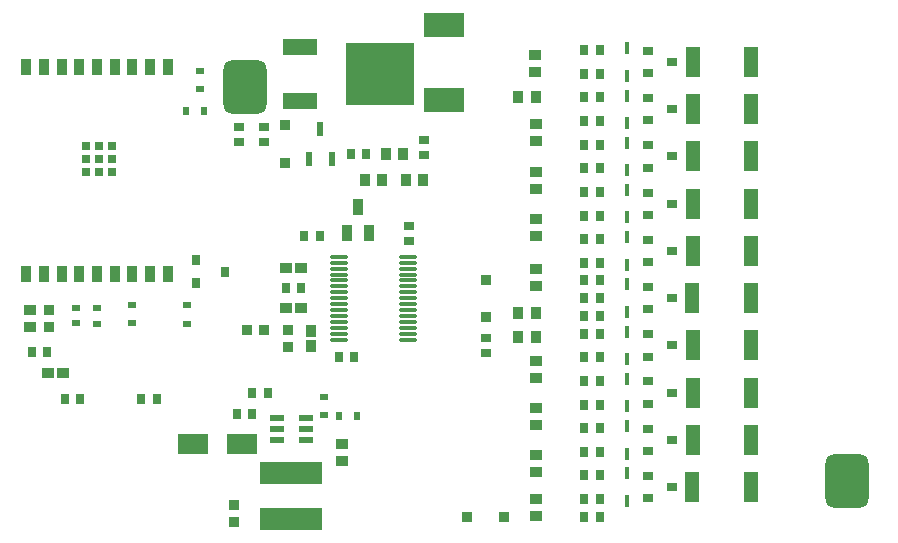
<source format=gtp>
G04*
G04 #@! TF.GenerationSoftware,Altium Limited,Altium Designer,24.1.2 (44)*
G04*
G04 Layer_Color=8421504*
%FSLAX44Y44*%
%MOMM*%
G71*
G04*
G04 #@! TF.SameCoordinates,35289A0D-B0B0-4263-B8D2-BBE876D284D7*
G04*
G04*
G04 #@! TF.FilePolarity,Positive*
G04*
G01*
G75*
%ADD18R,0.7632X0.6132*%
%ADD19R,0.5591X1.1591*%
%ADD20R,0.6132X0.7632*%
%ADD21R,0.7565X0.8565*%
%ADD22R,0.6454X0.6454*%
%ADD23R,0.8124X1.4124*%
%ADD24R,3.4000X2.1000*%
%ADD25R,0.9026X0.8526*%
%ADD26R,2.8377X1.4377*%
%ADD27R,5.7323X5.3323*%
%ADD28R,0.9054X0.7554*%
G04:AMPARAMS|DCode=29|XSize=3.6516mm|YSize=4.6516mm|CornerRadius=0.8258mm|HoleSize=0mm|Usage=FLASHONLY|Rotation=0.000|XOffset=0mm|YOffset=0mm|HoleType=Round|Shape=RoundedRectangle|*
%AMROUNDEDRECTD29*
21,1,3.6516,3.0000,0,0,0.0*
21,1,2.0000,4.6516,0,0,0.0*
1,1,1.6516,1.0000,-1.5000*
1,1,1.6516,-1.0000,-1.5000*
1,1,1.6516,-1.0000,1.5000*
1,1,1.6516,1.0000,1.5000*
%
%ADD29ROUNDEDRECTD29*%
%ADD30R,0.7554X0.9054*%
%ADD31R,0.8988X0.9988*%
G04:AMPARAMS|DCode=32|XSize=1.4874mm|YSize=0.2874mm|CornerRadius=0.0432mm|HoleSize=0mm|Usage=FLASHONLY|Rotation=0.000|XOffset=0mm|YOffset=0mm|HoleType=Round|Shape=RoundedRectangle|*
%AMROUNDEDRECTD32*
21,1,1.4874,0.2010,0,0,0.0*
21,1,1.4010,0.2874,0,0,0.0*
1,1,0.0864,0.7005,-0.1005*
1,1,0.0864,-0.7005,-0.1005*
1,1,0.0864,-0.7005,0.1005*
1,1,0.0864,0.7005,0.1005*
%
%ADD32ROUNDEDRECTD32*%
%ADD33R,1.1311X0.9121*%
%ADD34R,0.9121X0.9581*%
%ADD35R,0.9988X0.8988*%
%ADD36R,0.7648X0.5648*%
%ADD37R,0.9402X1.3402*%
%ADD38R,1.2085X0.5585*%
%ADD39R,0.7581X0.8121*%
%ADD40R,2.6000X1.7000*%
%ADD41R,5.2606X1.9107*%
%ADD42R,0.8339X0.7339*%
%ADD43R,0.4470X1.0220*%
%ADD44R,1.2576X2.5076*%
%ADD45R,0.9581X0.9121*%
%ADD46R,0.9121X1.1311*%
%ADD47R,0.8526X0.9026*%
D18*
X1173000Y889250D02*
D03*
Y904750D02*
D03*
X1162000Y691000D02*
D03*
Y706500D02*
D03*
X1115250Y691250D02*
D03*
Y706750D02*
D03*
X1278460Y628770D02*
D03*
Y613270D02*
D03*
D19*
X1265500Y830500D02*
D03*
X1284500D02*
D03*
X1275000Y855500D02*
D03*
D20*
X1176750Y871000D02*
D03*
X1161250D02*
D03*
X1306210Y613020D02*
D03*
X1290710D02*
D03*
D21*
X1194000Y735000D02*
D03*
X1170000Y725500D02*
D03*
Y744500D02*
D03*
D22*
X1099000Y841000D02*
D03*
Y830000D02*
D03*
Y819000D02*
D03*
X1088000D02*
D03*
X1077000D02*
D03*
Y830000D02*
D03*
Y841000D02*
D03*
X1088000D02*
D03*
Y830000D02*
D03*
D23*
X1026000Y907900D02*
D03*
X1041000D02*
D03*
X1056000D02*
D03*
X1071000D02*
D03*
X1086000D02*
D03*
X1101000D02*
D03*
X1116000D02*
D03*
X1131000D02*
D03*
X1146000D02*
D03*
Y732900D02*
D03*
X1131000D02*
D03*
X1116000D02*
D03*
X1101000D02*
D03*
X1086000D02*
D03*
X1071000D02*
D03*
X1056000D02*
D03*
X1041000D02*
D03*
X1026000D02*
D03*
D24*
X1380000Y880500D02*
D03*
Y943500D02*
D03*
D25*
X1245000Y827250D02*
D03*
X1245000Y858750D02*
D03*
X1415000Y728250D02*
D03*
X1415000Y696750D02*
D03*
D26*
X1257500Y925000D02*
D03*
X1257491Y879301D02*
D03*
D27*
X1325970Y902151D02*
D03*
D28*
X1206000Y844500D02*
D03*
Y857500D02*
D03*
X1227000Y857500D02*
D03*
Y844500D02*
D03*
X1350000Y761000D02*
D03*
Y774000D02*
D03*
X1362500Y846500D02*
D03*
Y833500D02*
D03*
X1415000Y666000D02*
D03*
Y679000D02*
D03*
D29*
X1211000Y891000D02*
D03*
X1721000Y558000D02*
D03*
D30*
X1301000Y835000D02*
D03*
X1314000D02*
D03*
X1136500Y627500D02*
D03*
X1123500D02*
D03*
X1071500D02*
D03*
X1058500D02*
D03*
X1261500Y765000D02*
D03*
X1274500D02*
D03*
X1030500Y667000D02*
D03*
X1043500D02*
D03*
X1230460Y632520D02*
D03*
X1217460D02*
D03*
X1290500Y663000D02*
D03*
X1303500D02*
D03*
X1511500Y922500D02*
D03*
X1498500D02*
D03*
X1511500Y802500D02*
D03*
X1498500D02*
D03*
X1511500Y882500D02*
D03*
X1498500D02*
D03*
X1511500Y862500D02*
D03*
X1498500D02*
D03*
X1511500Y842500D02*
D03*
X1498500D02*
D03*
X1511500Y762500D02*
D03*
X1498500D02*
D03*
X1511500Y682500D02*
D03*
X1498500D02*
D03*
X1511500Y562500D02*
D03*
X1498500D02*
D03*
X1511500Y602500D02*
D03*
X1498500D02*
D03*
X1511500Y727500D02*
D03*
X1498500D02*
D03*
X1511500Y902500D02*
D03*
X1498500D02*
D03*
X1511500Y642500D02*
D03*
X1498500D02*
D03*
X1511500Y697500D02*
D03*
X1498500D02*
D03*
Y582500D02*
D03*
X1511500D02*
D03*
Y822500D02*
D03*
X1498500D02*
D03*
X1511500Y662500D02*
D03*
X1498500D02*
D03*
X1511500Y782500D02*
D03*
X1498500D02*
D03*
X1511500Y622500D02*
D03*
X1498500D02*
D03*
X1511500Y742500D02*
D03*
X1498500D02*
D03*
X1511500Y712500D02*
D03*
X1498500D02*
D03*
X1511500Y542500D02*
D03*
X1498500D02*
D03*
X1511500Y527500D02*
D03*
X1498500D02*
D03*
D31*
X1347750Y812500D02*
D03*
X1362250D02*
D03*
X1312750D02*
D03*
X1327250D02*
D03*
X1344750Y835000D02*
D03*
X1330250D02*
D03*
X1457250Y883000D02*
D03*
X1442750D02*
D03*
Y700000D02*
D03*
X1457250D02*
D03*
Y680000D02*
D03*
X1442750D02*
D03*
D32*
X1349000Y747500D02*
D03*
X1291000D02*
D03*
Y742500D02*
D03*
Y737500D02*
D03*
Y732500D02*
D03*
Y727500D02*
D03*
Y722500D02*
D03*
Y717500D02*
D03*
Y712500D02*
D03*
Y707500D02*
D03*
Y702500D02*
D03*
Y697500D02*
D03*
Y692500D02*
D03*
Y687500D02*
D03*
Y682500D02*
D03*
Y677500D02*
D03*
X1349000D02*
D03*
Y682500D02*
D03*
Y687500D02*
D03*
Y692500D02*
D03*
Y697500D02*
D03*
Y702500D02*
D03*
Y707500D02*
D03*
Y712500D02*
D03*
Y717500D02*
D03*
Y722500D02*
D03*
Y727500D02*
D03*
Y732500D02*
D03*
Y737500D02*
D03*
Y742500D02*
D03*
D33*
X1056905Y649000D02*
D03*
X1044095D02*
D03*
X1245595Y704000D02*
D03*
X1258405D02*
D03*
X1245595Y738000D02*
D03*
X1258405D02*
D03*
D34*
X1045250Y702270D02*
D03*
Y687730D02*
D03*
X1202000Y537270D02*
D03*
Y522730D02*
D03*
X1247500Y685770D02*
D03*
Y671230D02*
D03*
D35*
X1029000Y702250D02*
D03*
Y687750D02*
D03*
X1293000Y574750D02*
D03*
Y589250D02*
D03*
X1457500Y845250D02*
D03*
Y859750D02*
D03*
Y805250D02*
D03*
Y819750D02*
D03*
Y765250D02*
D03*
Y779750D02*
D03*
Y722750D02*
D03*
Y737250D02*
D03*
Y645250D02*
D03*
Y659750D02*
D03*
Y605250D02*
D03*
Y619750D02*
D03*
Y527750D02*
D03*
Y542250D02*
D03*
Y565250D02*
D03*
Y579750D02*
D03*
X1457000Y918250D02*
D03*
Y903750D02*
D03*
D36*
X1085750Y704000D02*
D03*
Y691000D02*
D03*
X1068250Y704500D02*
D03*
Y691500D02*
D03*
D37*
X1316500Y768000D02*
D03*
X1307000Y790000D02*
D03*
X1297500Y768000D02*
D03*
D38*
X1263000Y592500D02*
D03*
Y602000D02*
D03*
Y611500D02*
D03*
X1238000D02*
D03*
Y602000D02*
D03*
Y592500D02*
D03*
D39*
X1204230Y614500D02*
D03*
X1216770D02*
D03*
X1258270Y721000D02*
D03*
X1245730D02*
D03*
D40*
X1167500Y589000D02*
D03*
X1208500D02*
D03*
D41*
X1250500Y564250D02*
D03*
X1250500Y525750D02*
D03*
D42*
X1552500Y922000D02*
D03*
Y903000D02*
D03*
X1572500Y912500D02*
D03*
X1552500Y882000D02*
D03*
Y863000D02*
D03*
X1572500Y872500D02*
D03*
X1552500Y842000D02*
D03*
Y823000D02*
D03*
X1572500Y832500D02*
D03*
X1552500Y802000D02*
D03*
Y783000D02*
D03*
X1572500Y792500D02*
D03*
X1552500Y682000D02*
D03*
Y663000D02*
D03*
X1572500Y672500D02*
D03*
X1552500Y642000D02*
D03*
Y623000D02*
D03*
X1572500Y632500D02*
D03*
X1552500Y602000D02*
D03*
Y583000D02*
D03*
X1572500Y592500D02*
D03*
X1552500Y762000D02*
D03*
Y743000D02*
D03*
X1572500Y752500D02*
D03*
X1552500Y722000D02*
D03*
Y703000D02*
D03*
X1572500Y712500D02*
D03*
X1552500Y562000D02*
D03*
Y543000D02*
D03*
X1572500Y552500D02*
D03*
D43*
X1535000Y804120D02*
D03*
Y780880D02*
D03*
Y884120D02*
D03*
Y860880D02*
D03*
Y844120D02*
D03*
Y820880D02*
D03*
Y724120D02*
D03*
Y700880D02*
D03*
Y684120D02*
D03*
Y660880D02*
D03*
Y604120D02*
D03*
Y580880D02*
D03*
X1535000Y564120D02*
D03*
Y540880D02*
D03*
X1535000Y924120D02*
D03*
Y900880D02*
D03*
Y764120D02*
D03*
Y740880D02*
D03*
Y644120D02*
D03*
Y620880D02*
D03*
D44*
X1639750Y912500D02*
D03*
X1590250D02*
D03*
X1639750Y872500D02*
D03*
X1590250D02*
D03*
X1639750Y832500D02*
D03*
X1590250D02*
D03*
X1639750Y792500D02*
D03*
X1590250D02*
D03*
X1639750Y752500D02*
D03*
X1590250D02*
D03*
X1639500Y712500D02*
D03*
X1590000D02*
D03*
X1639750Y672500D02*
D03*
X1590250D02*
D03*
X1639750Y632500D02*
D03*
X1590250D02*
D03*
X1639750Y592500D02*
D03*
X1590250D02*
D03*
X1639500Y552500D02*
D03*
X1590000D02*
D03*
D45*
X1227500Y686000D02*
D03*
X1212960D02*
D03*
D46*
X1267500Y672095D02*
D03*
Y684905D02*
D03*
D47*
X1430750Y527500D02*
D03*
X1399250Y527500D02*
D03*
M02*

</source>
